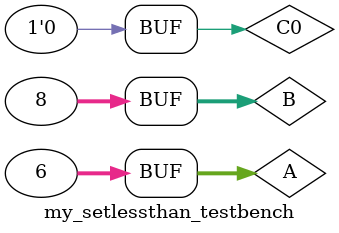
<source format=v>
module my_setlessthan_testbench();

reg [31:0] A;
reg [31:0] B;
reg  C0;
wire [31:0] Res;
wire C;
wire setres;

my_setlessthan try_set (.A(A), .B(B), .C0(C0), .C(C), .Res(Res), .setres(setres));

initial 
  begin
     A = 32'h00000001;
	  B = 32'h00000000; 
	  C0 = 1'b0;
	  
    #5 A = 32'b00000110;
	    B = 32'b00001000;
		 		 
    
  end
 
 
initial
  begin
   $monitor("Testing the setlessthan\n setlessthan: time = %2d, a =%4h, b=%4h, set=%1h", $time, A, B, setres);
  end
 
endmodule
</source>
